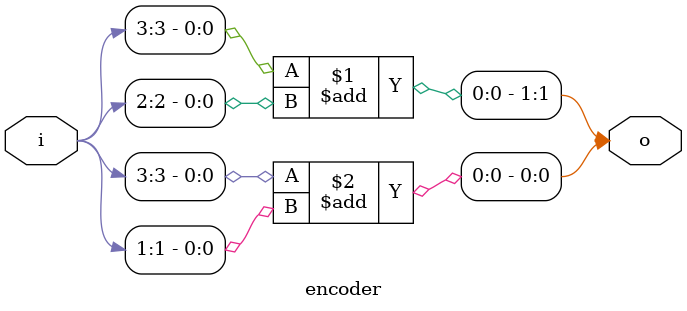
<source format=v>
module encoder (i,o);
input [3:0] i;
output [1:0] o;

assign o[1] = i[3] + i[2];
assign o[0] = i[3] + i[1];

endmodule

</source>
